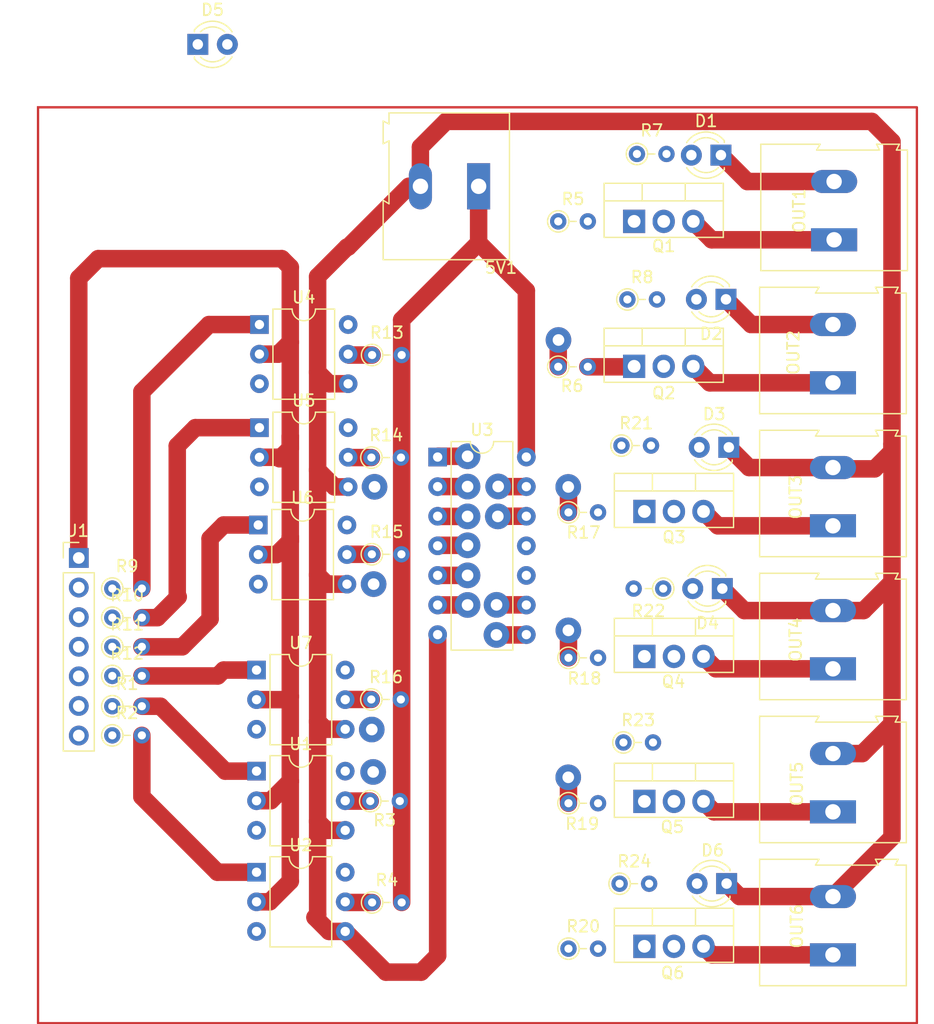
<source format=kicad_pcb>
(kicad_pcb (version 20211014) (generator pcbnew)
  (layers (0 "F.Cu" signal) (31 "B.Cu" signal) (34 "B.Paste" user) (35 "F.Paste" user) (36 "B.SilkS" user "B.Silkscreen") (37 "F.SilkS" user "F.Silkscreen") (38 "B.Mask" user) (39 "F.Mask" user) (44 "Edge.Cuts" user))
  (net 0 "")
  (net 1 "5v")
  (net 2 "GND")
  (net 3 "Net-(D1-Pad2)")
  (net 4 "Net-(D2-Pad2)")
  (net 5 "Net-(D3-Pad2)")
  (net 6 "Net-(D4-Pad2)")
  (net 7 "Net-(D5-Pad2)")
  (net 8 "Net-(D6-Pad2)")
  (net 9 "SIG-")
  (net 10 "SIG1+")
  (net 11 "SIG2+")
  (net 12 "SIG3+")
  (net 13 "SIG4+")
  (net 14 "SIG5+")
  (net 15 "SIG6+")
  (net 16 "Net-(OUT1-Pad1)")
  (net 17 "Net-(OUT2-Pad1)")
  (net 18 "Net-(OUT3-Pad1)")
  (net 19 "Net-(OUT4-Pad1)")
  (net 20 "Net-(OUT5-Pad1)")
  (net 21 "Net-(OUT6-Pad1)")
  (net 22 "Net-(Q1-Pad1)")
  (net 23 "Net-(Q2-Pad1)")
  (net 24 "Net-(Q3-Pad1)")
  (net 25 "Net-(Q4-Pad1)")
  (net 26 "Net-(Q5-Pad1)")
  (net 27 "Net-(Q6-Pad1)")
  (net 28 "Net-(R1-Pad2)")
  (net 29 "Net-(R2-Pad2)")
  (net 30 "Net-(R3-Pad1)")
  (net 31 "Net-(R4-Pad1)")
  (net 32 "Net-(R5-Pad1)")
  (net 33 "Net-(R6-Pad1)")
  (net 34 "Net-(R9-Pad2)")
  (net 35 "Net-(R10-Pad2)")
  (net 36 "Net-(R11-Pad2)")
  (net 37 "Net-(R12-Pad2)")
  (net 38 "Net-(R13-Pad1)")
  (net 39 "Net-(R14-Pad1)")
  (net 40 "Net-(R15-Pad1)")
  (net 41 "Net-(R16-Pad1)")
  (net 42 "Net-(R17-Pad1)")
  (net 43 "Net-(R18-Pad1)")
  (net 44 "Net-(R19-Pad1)")
  (net 45 "Net-(R20-Pad1)")
  (footprint "Package_DIP:DIP-6_W7.62mm" (layer "F.Cu") (at 165.17 112.87)
    (fp_text reference "U1" (at 3.81 -2.33) (layer "F.SilkS"))
    (fp_text value "4N25")
    (pad "1" thru_hole rect (at 0 0) (size 1.6 1.6) (drill 0.8) (layers *.Cu *.Mask) (net 28 "Net-(R1-Pad2)"))
    (pad "2" thru_hole oval (at 0 2.54) (size 1.6 1.6) (drill 0.8) (layers *.Cu *.Mask) (net 9 "SIG-"))
    (pad "3" thru_hole oval (at 0 5.08) (size 1.6 1.6) (drill 0.8) (layers *.Cu *.Mask))
    (pad "4" thru_hole oval (at 7.62 5.08) (size 1.6 1.6) (drill 0.8) (layers *.Cu *.Mask) (net 2 "GND"))
    (pad "5" thru_hole oval (at 7.62 2.54) (size 1.6 1.6) (drill 0.8) (layers *.Cu *.Mask) (net 30 "Net-(R3-Pad1)"))
    (pad "6" thru_hole oval (at 7.62 0) (size 1.6 1.6) (drill 0.8) (layers *.Cu *.Mask))
  )
  (footprint "Resistor_THT:R_Axial_DIN0204_L3.6mm_D1.6mm_P2.54mm_Vertical" (layer "F.Cu") (at 152.78 97.2)
    (fp_text reference "R9" (at 1.27 -1.92) (layer "F.SilkS"))
    (fp_text value "220")
    (pad "1" thru_hole circle (at 0 0) (size 1.4 1.4) (drill 0.7) (layers *.Cu *.Mask) (net 10 "SIG1+"))
    (pad "2" thru_hole oval (at 2.54 0) (size 1.4 1.4) (drill 0.7) (layers *.Cu *.Mask) (net 34 "Net-(R9-Pad2)"))
  )
  (footprint "TerminalBlock:TerminalBlock_Altech_AK300-2_P5.00mm" (layer "F.Cu") (at 214.69 116.362 90)
    (fp_text reference "OUT5" (at 2.4 -3.1 90) (layer "F.SilkS"))
    (fp_text value "Screw_Terminal_01x02")
    (pad "1" thru_hole rect (at 0 0 90) (size 1.98 3.96) (drill 1.32) (layers *.Cu *.Mask) (net 20 "Net-(OUT5-Pad1)"))
    (pad "2" thru_hole oval (at 5 0 90) (size 1.98 3.96) (drill 1.32) (layers *.Cu *.Mask) (net 2 "GND"))
  )
  (footprint "LED_THT:LED_D3.0mm_Clear" (layer "F.Cu") (at 160.125 50.5)
    (fp_text reference "D5" (at 1.27 -2.96) (layer "F.SilkS"))
    (fp_text value "LED")
    (pad "1" thru_hole rect (at 0 0) (size 1.8 1.8) (drill 0.9) (layers *.Cu *.Mask) (net 2 "GND"))
    (pad "2" thru_hole circle (at 2.54 0) (size 1.8 1.8) (drill 0.9) (layers *.Cu *.Mask) (net 7 "Net-(D5-Pad2)"))
  )
  (footprint "Resistor_THT:R_Axial_DIN0204_L3.6mm_D1.6mm_P2.54mm_Vertical" (layer "F.Cu") (at 175.1 77.16)
    (fp_text reference "R13" (at 1.27 -1.92) (layer "F.SilkS"))
    (fp_text value "10k")
    (pad "1" thru_hole circle (at 0 0) (size 1.4 1.4) (drill 0.7) (layers *.Cu *.Mask) (net 38 "Net-(R13-Pad1)"))
    (pad "2" thru_hole oval (at 2.54 0) (size 1.4 1.4) (drill 0.7) (layers *.Cu *.Mask) (net 1 "5v"))
  )
  (footprint "Package_DIP:DIP-6_W7.62mm" (layer "F.Cu") (at 165.17 121.545)
    (fp_text reference "U2" (at 3.81 -2.33) (layer "F.SilkS"))
    (fp_text value "4N25")
    (pad "1" thru_hole rect (at 0 0) (size 1.6 1.6) (drill 0.8) (layers *.Cu *.Mask) (net 29 "Net-(R2-Pad2)"))
    (pad "2" thru_hole oval (at 0 2.54) (size 1.6 1.6) (drill 0.8) (layers *.Cu *.Mask) (net 9 "SIG-"))
    (pad "3" thru_hole oval (at 0 5.08) (size 1.6 1.6) (drill 0.8) (layers *.Cu *.Mask))
    (pad "4" thru_hole oval (at 7.62 5.08) (size 1.6 1.6) (drill 0.8) (layers *.Cu *.Mask) (net 2 "GND"))
    (pad "5" thru_hole oval (at 7.62 2.54) (size 1.6 1.6) (drill 0.8) (layers *.Cu *.Mask) (net 31 "Net-(R4-Pad1)"))
    (pad "6" thru_hole oval (at 7.62 0) (size 1.6 1.6) (drill 0.8) (layers *.Cu *.Mask))
  )
  (footprint "LED_THT:LED_D3.0mm_Clear" (layer "F.Cu") (at 205.5 72.38 180)
    (fp_text reference "D2" (at 1.27 -2.96) (layer "F.SilkS"))
    (fp_text value "LED")
    (pad "1" thru_hole rect (at 0 0 180) (size 1.8 1.8) (drill 0.9) (layers *.Cu *.Mask) (net 2 "GND"))
    (pad "2" thru_hole circle (at 2.54 0 180) (size 1.8 1.8) (drill 0.9) (layers *.Cu *.Mask) (net 4 "Net-(D2-Pad2)"))
  )
  (footprint "Resistor_THT:R_Axial_DIN0204_L3.6mm_D1.6mm_P2.54mm_Vertical" (layer "F.Cu") (at 197.85 59.905)
    (fp_text reference "R7" (at 1.27 -2.015) (layer "F.SilkS"))
    (fp_text value "220")
    (pad "1" thru_hole circle (at 0 0) (size 1.4 1.4) (drill 0.7) (layers *.Cu *.Mask) (net 3 "Net-(D1-Pad2)"))
    (pad "2" thru_hole oval (at 2.54 0) (size 1.4 1.4) (drill 0.7) (layers *.Cu *.Mask) (net 16 "Net-(OUT1-Pad1)"))
  )
  (footprint "Resistor_THT:R_Axial_DIN0204_L3.6mm_D1.6mm_P2.54mm_Vertical" (layer "F.Cu") (at 191.97 128.105)
    (fp_text reference "R20" (at 1.27 -1.92) (layer "F.SilkS"))
    (fp_text value "10")
    (pad "1" thru_hole circle (at 0 0) (size 1.4 1.4) (drill 0.7) (layers *.Cu *.Mask) (net 45 "Net-(R20-Pad1)"))
    (pad "2" thru_hole oval (at 2.54 0) (size 1.4 1.4) (drill 0.7) (layers *.Cu *.Mask) (net 27 "Net-(Q6-Pad1)"))
  )
  (footprint "Package_DIP:DIP-6_W7.62mm" (layer "F.Cu") (at 165.17 104.195)
    (fp_text reference "U7" (at 3.81 -2.33) (layer "F.SilkS"))
    (fp_text value "4N25")
    (pad "1" thru_hole rect (at 0 0) (size 1.6 1.6) (drill 0.8) (layers *.Cu *.Mask) (net 37 "Net-(R12-Pad2)"))
    (pad "2" thru_hole oval (at 0 2.54) (size 1.6 1.6) (drill 0.8) (layers *.Cu *.Mask) (net 9 "SIG-"))
    (pad "3" thru_hole oval (at 0 5.08) (size 1.6 1.6) (drill 0.8) (layers *.Cu *.Mask))
    (pad "4" thru_hole oval (at 7.62 5.08) (size 1.6 1.6) (drill 0.8) (layers *.Cu *.Mask) (net 2 "GND"))
    (pad "5" thru_hole oval (at 7.62 2.54) (size 1.6 1.6) (drill 0.8) (layers *.Cu *.Mask) (net 41 "Net-(R16-Pad1)"))
    (pad "6" thru_hole oval (at 7.62 0) (size 1.6 1.6) (drill 0.8) (layers *.Cu *.Mask))
  )
  (footprint "Resistor_THT:R_Axial_DIN0204_L3.6mm_D1.6mm_P2.54mm_Vertical" (layer "F.Cu") (at 200.11 97.205 180)
    (fp_text reference "R22" (at 1.27 -1.92) (layer "F.SilkS"))
    (fp_text value "220")
    (pad "1" thru_hole circle (at 0 0 180) (size 1.4 1.4) (drill 0.7) (layers *.Cu *.Mask) (net 6 "Net-(D4-Pad2)"))
    (pad "2" thru_hole oval (at 2.54 0 180) (size 1.4 1.4) (drill 0.7) (layers *.Cu *.Mask) (net 19 "Net-(OUT4-Pad1)"))
  )
  (footprint "Package_TO_SOT_THT:TO-220-3_Vertical" (layer "F.Cu") (at 198.49 90.585)
    (fp_text reference "Q3" (at 2.55 2.205) (layer "F.SilkS"))
    (fp_text value "TIP122")
    (pad "1" thru_hole rect (at 0 0) (size 1.905 2) (drill 1.1) (layers *.Cu *.Mask) (net 24 "Net-(Q3-Pad1)"))
    (pad "2" thru_hole oval (at 2.54 0) (size 1.905 2) (drill 1.1) (layers *.Cu *.Mask) (net 1 "5v"))
    (pad "3" thru_hole oval (at 5.08 0) (size 1.905 2) (drill 1.1) (layers *.Cu *.Mask) (net 18 "Net-(OUT3-Pad1)"))
  )
  (footprint "TerminalBlock:TerminalBlock_Altech_AK300-2_P5.00mm" (layer "F.Cu") (at 214.69 104.089 90)
    (fp_text reference "OUT4" (at 2.5 -3.2 90) (layer "F.SilkS"))
    (fp_text value "Screw_Terminal_01x02")
    (pad "1" thru_hole rect (at 0 0 90) (size 1.98 3.96) (drill 1.32) (layers *.Cu *.Mask) (net 19 "Net-(OUT4-Pad1)"))
    (pad "2" thru_hole oval (at 5 0 90) (size 1.98 3.96) (drill 1.32) (layers *.Cu *.Mask) (net 2 "GND"))
  )
  (footprint "Package_TO_SOT_THT:TO-220-3_Vertical" (layer "F.Cu") (at 197.61 65.69)
    (fp_text reference "Q1" (at 2.54 2.115) (layer "F.SilkS"))
    (fp_text value "TIP122")
    (pad "1" thru_hole rect (at 0 0) (size 1.905 2) (drill 1.1) (layers *.Cu *.Mask) (net 22 "Net-(Q1-Pad1)"))
    (pad "2" thru_hole oval (at 2.54 0) (size 1.905 2) (drill 1.1) (layers *.Cu *.Mask) (net 1 "5v"))
    (pad "3" thru_hole oval (at 5.08 0) (size 1.905 2) (drill 1.1) (layers *.Cu *.Mask) (net 16 "Net-(OUT1-Pad1)"))
  )
  (footprint "TerminalBlock:TerminalBlock_Altech_AK300-2_P5.00mm" (layer "F.Cu") (at 214.69 128.635 90)
    (fp_text reference "OUT6" (at 2.465 -3.1 90) (layer "F.SilkS"))
    (fp_text value "Screw_Terminal_01x02")
    (pad "1" thru_hole rect (at 0 0 90) (size 1.98 3.96) (drill 1.32) (layers *.Cu *.Mask) (net 21 "Net-(OUT6-Pad1)"))
    (pad "2" thru_hole oval (at 5 0 90) (size 1.98 3.96) (drill 1.32) (layers *.Cu *.Mask) (net 2 "GND"))
  )
  (footprint "Resistor_THT:R_Axial_DIN0204_L3.6mm_D1.6mm_P2.54mm_Vertical" (layer "F.Cu") (at 175.03 106.72)
    (fp_text reference "R16" (at 1.27 -1.92) (layer "F.SilkS"))
    (fp_text value "10k")
    (pad "1" thru_hole circle (at 0 0) (size 1.4 1.4) (drill 0.7) (layers *.Cu *.Mask) (net 41 "Net-(R16-Pad1)"))
    (pad "2" thru_hole oval (at 2.54 0) (size 1.4 1.4) (drill 0.7) (layers *.Cu *.Mask) (net 1 "5v"))
  )
  (footprint "Package_DIP:DIP-6_W7.62mm" (layer "F.Cu") (at 165.42 74.545)
    (fp_text reference "U4" (at 3.81 -2.33) (layer "F.SilkS"))
    (fp_text value "4N25")
    (pad "1" thru_hole rect (at 0 0) (size 1.6 1.6) (drill 0.8) (layers *.Cu *.Mask) (net 34 "Net-(R9-Pad2)"))
    (pad "2" thru_hole oval (at 0 2.54) (size 1.6 1.6) (drill 0.8) (layers *.Cu *.Mask) (net 9 "SIG-"))
    (pad "3" thru_hole oval (at 0 5.08) (size 1.6 1.6) (drill 0.8) (layers *.Cu *.Mask))
    (pad "4" thru_hole oval (at 7.62 5.08) (size 1.6 1.6) (drill 0.8) (layers *.Cu *.Mask) (net 2 "GND"))
    (pad "5" thru_hole oval (at 7.62 2.54) (size 1.6 1.6) (drill 0.8) (layers *.Cu *.Mask) (net 38 "Net-(R13-Pad1)"))
    (pad "6" thru_hole oval (at 7.62 0) (size 1.6 1.6) (drill 0.8) (layers *.Cu *.Mask))
  )
  (footprint "Package_TO_SOT_THT:TO-220-3_Vertical" (layer "F.Cu") (at 198.49 115.465)
    (fp_text reference "Q5" (at 2.4 2.195) (layer "F.SilkS"))
    (fp_text value "TIP122")
    (pad "1" thru_hole rect (at 0 0) (size 1.905 2) (drill 1.1) (layers *.Cu *.Mask) (net 26 "Net-(Q5-Pad1)"))
    (pad "2" thru_hole oval (at 2.54 0) (size 1.905 2) (drill 1.1) (layers *.Cu *.Mask) (net 1 "5v"))
    (pad "3" thru_hole oval (at 5.08 0) (size 1.905 2) (drill 1.1) (layers *.Cu *.Mask) (net 20 "Net-(OUT5-Pad1)"))
  )
  (footprint "Resistor_THT:R_Axial_DIN0204_L3.6mm_D1.6mm_P2.54mm_Vertical" (layer "F.Cu") (at 175.04 85.96)
    (fp_text reference "R14" (at 1.27 -1.92) (layer "F.SilkS"))
    (fp_text value "10k")
    (pad "1" thru_hole circle (at 0 0) (size 1.4 1.4) (drill 0.7) (layers *.Cu *.Mask) (net 39 "Net-(R14-Pad1)"))
    (pad "2" thru_hole oval (at 2.54 0) (size 1.4 1.4) (drill 0.7) (layers *.Cu *.Mask) (net 1 "5v"))
  )
  (footprint "Resistor_THT:R_Axial_DIN0204_L3.6mm_D1.6mm_P2.54mm_Vertical" (layer "F.Cu") (at 191.09 78.17)
    (fp_text reference "R6" (at 1.19 1.64) (layer "F.SilkS"))
    (fp_text value "10")
    (pad "1" thru_hole circle (at 0 0) (size 1.4 1.4) (drill 0.7) (layers *.Cu *.Mask) (net 33 "Net-(R6-Pad1)"))
    (pad "2" thru_hole oval (at 2.54 0) (size 1.4 1.4) (drill 0.7) (layers *.Cu *.Mask) (net 23 "Net-(Q2-Pad1)"))
  )
  (footprint "LED_THT:LED_D3.0mm_Clear" (layer "F.Cu") (at 205.745 85.08 180)
    (fp_text reference "D3" (at 1.255 2.85) (layer "F.SilkS"))
    (fp_text value "LED")
    (pad "1" thru_hole rect (at 0 0 180) (size 1.8 1.8) (drill 0.9) (layers *.Cu *.Mask) (net 2 "GND"))
    (pad "2" thru_hole circle (at 2.54 0 180) (size 1.8 1.8) (drill 0.9) (layers *.Cu *.Mask) (net 5 "Net-(D3-Pad2)"))
  )
  (footprint "Resistor_THT:R_Axial_DIN0204_L3.6mm_D1.6mm_P2.54mm_Vertical" (layer "F.Cu") (at 174.94 115.44)
    (fp_text reference "R3" (at 1.24 1.65) (layer "F.SilkS"))
    (fp_text value "10k")
    (pad "1" thru_hole circle (at 0 0) (size 1.4 1.4) (drill 0.7) (layers *.Cu *.Mask) (net 30 "Net-(R3-Pad1)"))
    (pad "2" thru_hole oval (at 2.54 0) (size 1.4 1.4) (drill 0.7) (layers *.Cu *.Mask) (net 1 "5v"))
  )
  (footprint "Resistor_THT:R_Axial_DIN0204_L3.6mm_D1.6mm_P2.54mm_Vertical" (layer "F.Cu") (at 191.97 90.665)
    (fp_text reference "R17" (at 1.29 1.725) (layer "F.SilkS"))
    (fp_text value "10")
    (pad "1" thru_hole circle (at 0 0) (size 1.4 1.4) (drill 0.7) (layers *.Cu *.Mask) (net 42 "Net-(R17-Pad1)"))
    (pad "2" thru_hole oval (at 2.54 0) (size 1.4 1.4) (drill 0.7) (layers *.Cu *.Mask) (net 24 "Net-(Q3-Pad1)"))
  )
  (footprint "Resistor_THT:R_Axial_DIN0204_L3.6mm_D1.6mm_P2.54mm_Vertical" (layer "F.Cu") (at 152.78 102.2)
    (fp_text reference "R11" (at 1.27 -1.92) (layer "F.SilkS"))
    (fp_text value "220")
    (pad "1" thru_hole circle (at 0 0) (size 1.4 1.4) (drill 0.7) (layers *.Cu *.Mask) (net 12 "SIG3+"))
    (pad "2" thru_hole oval (at 2.54 0) (size 1.4 1.4) (drill 0.7) (layers *.Cu *.Mask) (net 36 "Net-(R11-Pad2)"))
  )
  (footprint "Package_TO_SOT_THT:TO-220-3_Vertical" (layer "F.Cu") (at 198.49 127.905)
    (fp_text reference "Q6" (at 2.43 2.285) (layer "F.SilkS"))
    (fp_text value "TIP122")
    (pad "1" thru_hole rect (at 0 0) (size 1.905 2) (drill 1.1) (layers *.Cu *.Mask) (net 27 "Net-(Q6-Pad1)"))
    (pad "2" thru_hole oval (at 2.54 0) (size 1.905 2) (drill 1.1) (layers *.Cu *.Mask) (net 1 "5v"))
    (pad "3" thru_hole oval (at 5.08 0) (size 1.905 2) (drill 1.1) (layers *.Cu *.Mask) (net 21 "Net-(OUT6-Pad1)"))
  )
  (footprint "Package_TO_SOT_THT:TO-220-3_Vertical" (layer "F.Cu") (at 197.61 78.13)
    (fp_text reference "Q2" (at 2.55 2.295) (layer "F.SilkS"))
    (fp_text value "TIP122")
    (pad "1" thru_hole rect (at 0 0) (size 1.905 2) (drill 1.1) (layers *.Cu *.Mask) (net 23 "Net-(Q2-Pad1)"))
    (pad "2" thru_hole oval (at 2.54 0) (size 1.905 2) (drill 1.1) (layers *.Cu *.Mask) (net 1 "5v"))
    (pad "3" thru_hole oval (at 5.08 0) (size 1.905 2) (drill 1.1) (layers *.Cu *.Mask) (net 17 "Net-(OUT2-Pad1)"))
  )
  (footprint "TerminalBlock:TerminalBlock_Altech_AK300-2_P5.00mm" (layer "F.Cu") (at 214.69 79.543 90)
    (fp_text reference "OUT2" (at 2.6 -3.4 90) (layer "F.SilkS"))
    (fp_text value "Screw_Terminal_01x02")
    (pad "1" thru_hole rect (at 0 0 90) (size 1.98 3.96) (drill 1.32) (layers *.Cu *.Mask) (net 17 "Net-(OUT2-Pad1)"))
    (pad "2" thru_hole oval (at 5 0 90) (size 1.98 3.96) (drill 1.32) (layers *.Cu *.Mask) (net 2 "GND"))
  )
  (footprint "LED_THT:LED_D3.0mm_Clear" (layer "F.Cu") (at 205.555 122.52 180)
    (fp_text reference "D6" (at 1.205 2.85) (layer "F.SilkS"))
    (fp_text value "LED")
    (pad "1" thru_hole rect (at 0 0 180) (size 1.8 1.8) (drill 0.9) (layers *.Cu *.Mask) (net 2 "GND"))
    (pad "2" thru_hole circle (at 2.54 0 180) (size 1.8 1.8) (drill 0.9) (layers *.Cu *.Mask) (net 8 "Net-(D6-Pad2)"))
  )
  (footprint "Package_DIP:DIP-6_W7.62mm" (layer "F.Cu") (at 165.42 83.395)
    (fp_text reference "U5" (at 3.81 -2.33) (layer "F.SilkS"))
    (fp_text value "4N25")
    (pad "1" thru_hole rect (at 0 0) (size 1.6 1.6) (drill 0.8) (layers *.Cu *.Mask) (net 35 "Net-(R10-Pad2)"))
    (pad "2" thru_hole oval (at 0 2.54) (size 1.6 1.6) (drill 0.8) (layers *.Cu *.Mask) (net 9 "SIG-"))
    (pad "3" thru_hole oval (at 0 5.08) (size 1.6 1.6) (drill 0.8) (layers *.Cu *.Mask))
    (pad "4" thru_hole oval (at 7.62 5.08) (size 1.6 1.6) (drill 0.8) (layers *.Cu *.Mask) (net 2 "GND"))
    (pad "5" thru_hole oval (at 7.62 2.54) (size 1.6 1.6) (drill 0.8) (layers *.Cu *.Mask) (net 39 "Net-(R14-Pad1)"))
    (pad "6" thru_hole oval (at 7.62 0) (size 1.6 1.6) (drill 0.8) (layers *.Cu *.Mask))
  )
  (footprint "Resistor_THT:R_Axial_DIN0204_L3.6mm_D1.6mm_P2.54mm_Vertical" (layer "F.Cu") (at 152.78 104.7)
    (fp_text reference "R12" (at 1.27 -1.92) (layer "F.SilkS"))
    (fp_text value "220")
    (pad "1" thru_hole circle (at 0 0) (size 1.4 1.4) (drill 0.7) (layers *.Cu *.Mask) (net 13 "SIG4+"))
    (pad "2" thru_hole oval (at 2.54 0) (size 1.4 1.4) (drill 0.7) (layers *.Cu *.Mask) (net 37 "Net-(R12-Pad2)"))
  )
  (footprint "Resistor_THT:R_Axial_DIN0204_L3.6mm_D1.6mm_P2.54mm_Vertical" (layer "F.Cu") (at 196.52 84.93)
    (fp_text reference "R21" (at 1.27 -1.92) (layer "F.SilkS"))
    (fp_text value "220")
    (pad "1" thru_hole circle (at 0 0) (size 1.4 1.4) (drill 0.7) (layers *.Cu *.Mask) (net 5 "Net-(D3-Pad2)"))
    (pad "2" thru_hole oval (at 2.54 0) (size 1.4 1.4) (drill 0.7) (layers *.Cu *.Mask) (net 18 "Net-(OUT3-Pad1)"))
  )
  (footprint "TerminalBlock:TerminalBlock_Altech_AK300-2_P5.00mm" (layer "F.Cu") (at 214.69 91.816 90)
    (fp_text reference "OUT3" (at 2.465 -3.2 90) (layer "F.SilkS"))
    (fp_text value "Screw_Terminal_01x02")
    (pad "1" thru_hole rect (at 0 0 90) (size 1.98 3.96) (drill 1.32) (layers *.Cu *.Mask) (net 18 "Net-(OUT3-Pad1)"))
    (pad "2" thru_hole oval (at 5 0 90) (size 1.98 3.96) (drill 1.32) (layers *.Cu *.Mask) (net 2 "GND"))
  )
  (footprint "Resistor_THT:R_Axial_DIN0204_L3.6mm_D1.6mm_P2.54mm_Vertical" (layer "F.Cu") (at 152.78 109.8)
    (fp_text reference "R2" (at 1.27 -1.92) (layer "F.SilkS"))
    (fp_text value "220")
    (pad "1" thru_hole circle (at 0 0) (size 1.4 1.4) (drill 0.7) (layers *.Cu *.Mask) (net 15 "SIG6+"))
    (pad "2" thru_hole oval (at 2.54 0) (size 1.4 1.4) (drill 0.7) (layers *.Cu *.Mask) (net 29 "Net-(R2-Pad2)"))
  )
  (footprint "Resistor_THT:R_Axial_DIN0204_L3.6mm_D1.6mm_P2.54mm_Vertical" (layer "F.Cu") (at 197.03 72.39)
    (fp_text reference "R8" (at 1.27 -1.92) (layer "F.SilkS"))
    (fp_text value "220")
    (pad "1" thru_hole circle (at 0 0) (size 1.4 1.4) (drill 0.7) (layers *.Cu *.Mask) (net 4 "Net-(D2-Pad2)"))
    (pad "2" thru_hole oval (at 2.54 0) (size 1.4 1.4) (drill 0.7) (layers *.Cu *.Mask) (net 17 "Net-(OUT2-Pad1)"))
  )
  (footprint "Resistor_THT:R_Axial_DIN0204_L3.6mm_D1.6mm_P2.54mm_Vertical" (layer "F.Cu") (at 175.08 94.26)
    (fp_text reference "R15" (at 1.27 -1.92) (layer "F.SilkS"))
    (fp_text value "10k")
    (pad "1" thru_hole circle (at 0 0) (size 1.4 1.4) (drill 0.7) (layers *.Cu *.Mask) (net 40 "Net-(R15-Pad1)"))
    (pad "2" thru_hole oval (at 2.54 0) (size 1.4 1.4) (drill 0.7) (layers *.Cu *.Mask) (net 1 "5v"))
  )
  (footprint "TerminalBlock:TerminalBlock_Altech_AK300-2_P5.00mm" (layer "F.Cu") (at 214.79 67.27 90)
    (fp_text reference "OUT1" (at 2.5 -3 90) (layer "F.SilkS"))
    (fp_text value "Screw_Terminal_01x02")
    (pad "1" thru_hole rect (at 0 0 90) (size 1.98 3.96) (drill 1.32) (layers *.Cu *.Mask) (net 16 "Net-(OUT1-Pad1)"))
    (pad "2" thru_hole oval (at 5 0 90) (size 1.98 3.96) (drill 1.32) (layers *.Cu *.Mask) (net 2 "GND"))
  )
  (footprint "Resistor_THT:R_Axial_DIN0204_L3.6mm_D1.6mm_P2.54mm_Vertical" (layer "F.Cu") (at 191.97 103.145)
    (fp_text reference "R18" (at 1.37 1.775) (layer "F.SilkS"))
    (fp_text value "10")
    (pad "1" thru_hole circle (at 0 0) (size 1.4 1.4) (drill 0.7) (layers *.Cu *.Mask) (net 43 "Net-(R18-Pad1)"))
    (pad "2" thru_hole oval (at 2.54 0) (size 1.4 1.4) (drill 0.7) (layers *.Cu *.Mask) (net 25 "Net-(Q4-Pad1)"))
  )
  (footprint "Resistor_THT:R_Axial_DIN0204_L3.6mm_D1.6mm_P2.54mm_Vertical" (layer "F.Cu") (at 191.97 115.625)
    (fp_text reference "R19" (at 1.18 1.765) (layer "F.SilkS"))
    (fp_text value "10")
    (pad "1" thru_hole circle (at 0 0) (size 1.4 1.4) (drill 0.7) (layers *.Cu *.Mask) (net 44 "Net-(R19-Pad1)"))
    (pad "2" thru_hole oval (at 2.54 0) (size 1.4 1.4) (drill 0.7) (layers *.Cu *.Mask) (net 26 "Net-(Q5-Pad1)"))
  )
  (footprint "Resistor_THT:R_Axial_DIN0204_L3.6mm_D1.6mm_P2.54mm_Vertical" (layer "F.Cu") (at 152.78 107.3)
    (fp_text reference "R1" (at 1.27 -1.92) (layer "F.SilkS"))
    (fp_text value "220")
    (pad "1" thru_hole circle (at 0 0) (size 1.4 1.4) (drill 0.7) (layers *.Cu *.Mask) (net 14 "SIG5+"))
    (pad "2" thru_hole oval (at 2.54 0) (size 1.4 1.4) (drill 0.7) (layers *.Cu *.Mask) (net 28 "Net-(R1-Pad2)"))
  )
  (footprint "Package_TO_SOT_THT:TO-220-3_Vertical" (layer "F.Cu") (at 198.49 103.025)
    (fp_text reference "Q4" (at 2.5 2.175) (layer "F.SilkS"))
    (fp_text value "TIP122")
    (pad "1" thru_hole rect (at 0 0) (size 1.905 2) (drill 1.1) (layers *.Cu *.Mask) (net 25 "Net-(Q4-Pad1)"))
    (pad "2" thru_hole oval (at 2.54 0) (size 1.905 2) (drill 1.1) (layers *.Cu *.Mask) (net 1 "5v"))
    (pad "3" thru_hole oval (at 5.08 0) (size 1.905 2) (drill 1.1) (layers *.Cu *.Mask) (net 19 "Net-(OUT4-Pad1)"))
  )
  (footprint "Resistor_THT:R_Axial_DIN0204_L3.6mm_D1.6mm_P2.54mm_Vertical" (layer "F.Cu") (at 196.36 122.53)
    (fp_text reference "R24" (at 1.27 -1.92) (layer "F.SilkS"))
    (fp_text value "220")
    (pad "1" thru_hole circle (at 0 0) (size 1.4 1.4) (drill 0.7) (layers *.Cu *.Mask) (net 8 "Net-(D6-Pad2)"))
    (pad "2" thru_hole oval (at 2.54 0) (size 1.4 1.4) (drill 0.7) (layers *.Cu *.Mask) (net 21 "Net-(OUT6-Pad1)"))
  )
  (footprint "Resistor_THT:R_Axial_DIN0204_L3.6mm_D1.6mm_P2.54mm_Vertical" (layer "F.Cu") (at 191.09 65.69)
    (fp_text reference "R5" (at 1.27 -1.92) (layer "F.SilkS"))
    (fp_text value "10")
    (pad "1" thru_hole circle (at 0 0) (size 1.4 1.4) (drill 0.7) (layers *.Cu *.Mask) (net 32 "Net-(R5-Pad1)"))
    (pad "2" thru_hole oval (at 2.54 0) (size 1.4 1.4) (drill 0.7) (layers *.Cu *.Mask) (net 22 "Net-(Q1-Pad1)"))
  )
  (footprint "Package_DIP:DIP-14_W7.62mm" (layer "F.Cu") (at 180.73 85.915)
    (fp_text reference "U3" (at 3.81 -2.33) (layer "F.SilkS"))
    (fp_text value "40106")
    (pad "1" thru_hole rect (at 0 0) (size 1.6 1.6) (drill 0.8) (layers *.Cu *.Mask) (net 38 "Net-(R13-Pad1)"))
    (pad "2" thru_hole oval (at 0 2.54) (size 1.6 1.6) (drill 0.8) (layers *.Cu *.Mask) (net 42 "Net-(R17-Pad1)"))
    (pad "3" thru_hole oval (at 0 5.08) (size 1.6 1.6) (drill 0.8) (layers *.Cu *.Mask) (net 39 "Net-(R14-Pad1)"))
    (pad "4" thru_hole oval (at 0 7.62) (size 1.6 1.6) (drill 0.8) (layers *.Cu *.Mask) (net 43 "Net-(R18-Pad1)"))
    (pad "5" thru_hole oval (at 0 10.16) (size 1.6 1.6) (drill 0.8) (layers *.Cu *.Mask) (net 40 "Net-(R15-Pad1)"))
    (pad "6" thru_hole oval (at 0 12.7) (size 1.6 1.6) (drill 0.8) (layers *.Cu *.Mask) (net 44 "Net-(R19-Pad1)"))
    (pad "7" thru_hole oval (at 0 15.24) (size 1.6 1.6) (drill 0.8) (layers *.Cu *.Mask) (net 2 "GND"))
    (pad "8" thru_hole oval (at 7.62 15.24) (size 1.6 1.6) (drill 0.8) (layers *.Cu *.Mask) (net 45 "Net-(R20-Pad1)"))
    (pad "9" thru_hole oval (at 7.62 12.7) (size 1.6 1.6) (drill 0.8) (layers *.Cu *.Mask) (net 41 "Net-(R16-Pad1)"))
    (pad "10" thru_hole oval (at 7.62 10.16) (size 1.6 1.6) (drill 0.8) (layers *.Cu *.Mask) (net 32 "Net-(R5-Pad1)"))
    (pad "11" thru_hole oval (at 7.62 7.62) (size 1.6 1.6) (drill 0.8) (layers *.Cu *.Mask) (net 30 "Net-(R3-Pad1)"))
    (pad "12" thru_hole oval (at 7.62 5.08) (size 1.6 1.6) (drill 0.8) (layers *.Cu *.Mask) (net 33 "Net-(R6-Pad1)"))
    (pad "13" thru_hole oval (at 7.62 2.54) (size 1.6 1.6) (drill 0.8) (layers *.Cu *.Mask) (net 31 "Net-(R4-Pad1)"))
    (pad "14" thru_hole oval (at 7.62 0) (size 1.6 1.6) (drill 0.8) (layers *.Cu *.Mask) (net 1 "5v"))
  )
  (footprint "LED_THT:LED_D3.0mm_Clear" (layer "F.Cu") (at 205.185 97.205 180)
    (fp_text reference "D4" (at 1.27 -2.96) (layer "F.SilkS"))
    (fp_text value "LED")
    (pad "1" thru_hole rect (at 0 0 180) (size 1.8 1.8) (drill 0.9) (layers *.Cu *.Mask) (net 2 "GND"))
    (pad "2" thru_hole circle (at 2.54 0 180) (size 1.8 1.8) (drill 0.9) (layers *.Cu *.Mask) (net 6 "Net-(D4-Pad2)"))
  )
  (footprint "LED_THT:LED_D3.0mm_Clear" (layer "F.Cu") (at 205.065 60.005 180)
    (fp_text reference "D1" (at 1.275 2.925) (layer "F.SilkS"))
    (fp_text value "LED")
    (pad "1" thru_hole rect (at 0 0 180) (size 1.8 1.8) (drill 0.9) (layers *.Cu *.Mask) (net 2 "GND"))
    (pad "2" thru_hole circle (at 2.54 0 180) (size 1.8 1.8) (drill 0.9) (layers *.Cu *.Mask) (net 3 "Net-(D1-Pad2)"))
  )
  (footprint "Resistor_THT:R_Axial_DIN0204_L3.6mm_D1.6mm_P2.54mm_Vertical" (layer "F.Cu") (at 175.1 124.14)
    (fp_text reference "R4" (at 1.27 -1.92) (layer "F.SilkS"))
    (fp_text value "10k")
    (pad "1" thru_hole circle (at 0 0) (size 1.4 1.4) (drill 0.7) (layers *.Cu *.Mask) (net 31 "Net-(R4-Pad1)"))
    (pad "2" thru_hole oval (at 2.54 0) (size 1.4 1.4) (drill 0.7) (layers *.Cu *.Mask) (net 1 "5v"))
  )
  (footprint "Connector_PinHeader_2.54mm:PinHeader_1x07_P2.54mm_Vertical" (layer "F.Cu") (at 149.9 94.575)
    (fp_text reference "J1" (at 0 -2.33) (layer "F.SilkS"))
    (fp_text value "Conn_01x07_Male")
    (pad "1" thru_hole rect (at 0 0) (size 1.7 1.7) (drill 1) (layers *.Cu *.Mask) (net 9 "SIG-"))
    (pad "2" thru_hole oval (at 0 2.54) (size 1.7 1.7) (drill 1) (layers *.Cu *.Mask) (net 10 "SIG1+"))
    (pad "3" thru_hole oval (at 0 5.08) (size 1.7 1.7) (drill 1) (layers *.Cu *.Mask) (net 11 "SIG2+"))
    (pad "4" thru_hole oval (at 0 7.62) (size 1.7 1.7) (drill 1) (layers *.Cu *.Mask) (net 12 "SIG3+"))
    (pad "5" thru_hole oval (at 0 10.16) (size 1.7 1.7) (drill 1) (layers *.Cu *.Mask) (net 13 "SIG4+"))
    (pad "6" thru_hole oval (at 0 12.7) (size 1.7 1.7) (drill 1) (layers *.Cu *.Mask) (net 14 "SIG5+"))
    (pad "7" thru_hole oval (at 0 15.24) (size 1.7 1.7) (drill 1) (layers *.Cu *.Mask) (net 15 "SIG6+"))
  )
  (footprint "TerminalBlock:TerminalBlock_Altech_AK300-2_P5.00mm" (layer "F.Cu") (at 184.25 62.68 180)
    (fp_text reference "5V1" (at -1.92 -6.99) (layer "F.SilkS"))
    (fp_text value "Screw_Terminal_01x02")
    (pad "1" thru_hole rect (at 0 0 180) (size 1.98 3.96) (drill 1.32) (layers *.Cu *.Mask) (net 1 "5v"))
    (pad "2" thru_hole oval (at 5 0 180) (size 1.98 3.96) (drill 1.32) (layers *.Cu *.Mask) (net 2 "GND"))
  )
  (footprint "Package_DIP:DIP-6_W7.62mm" (layer "F.Cu") (at 165.32 91.745)
    (fp_text reference "U6" (at 3.81 -2.33) (layer "F.SilkS"))
    (fp_text value "4N25")
    (pad "1" thru_hole rect (at 0 0) (size 1.6 1.6) (drill 0.8) (layers *.Cu *.Mask) (net 36 "Net-(R11-Pad2)"))
    (pad "2" thru_hole oval (at 0 2.54) (size 1.6 1.6) (drill 0.8) (layers *.Cu *.Mask) (net 9 "SIG-"))
    (pad "3" thru_hole oval (at 0 5.08) (size 1.6 1.6) (drill 0.8) (layers *.Cu *.Mask))
    (pad "4" thru_hole oval (at 7.62 5.08) (size 1.6 1.6) (drill 0.8) (layers *.Cu *.Mask) (net 2 "GND"))
    (pad "5" thru_hole oval (at 7.62 2.54) (size 1.6 1.6) (drill 0.8) (layers *.Cu *.Mask) (net 40 "Net-(R15-Pad1)"))
    (pad "6" thru_hole oval (at 7.62 0) (size 1.6 1.6) (drill 0.8) (layers *.Cu *.Mask))
  )
  (footprint "Resistor_THT:R_Axial_DIN0204_L3.6mm_D1.6mm_P2.54mm_Vertical" (layer "F.Cu") (at 152.78 99.7)
    (fp_text reference "R10" (at 1.27 -1.92) (layer "F.SilkS"))
    (fp_text value "220")
    (pad "1" thru_hole circle (at 0 0) (size 1.4 1.4) (drill 0.7) (layers *.Cu *.Mask) (net 11 "SIG2+"))
    (pad "2" thru_hole oval (at 2.54 0) (size 1.4 1.4) (drill 0.7) (layers *.Cu *.Mask) (net 35 "Net-(R10-Pad2)"))
  )
  (footprint "Resistor_THT:R_Axial_DIN0204_L3.6mm_D1.6mm_P2.54mm_Vertical" (layer "F.Cu") (at 196.69 110.41)
    (fp_text reference "R23" (at 1.27 -1.92) (layer "F.SilkS"))
    (fp_text value "220")
    (pad "1" thru_hole circle (at 0 0) (size 1.4 1.4) (drill 0.7) (layers *.Cu *.Mask) (net 7 "Net-(D5-Pad2)"))
    (pad "2" thru_hole oval (at 2.54 0) (size 1.4 1.4) (drill 0.7) (layers *.Cu *.Mask) (net 20 "Net-(OUT5-Pad1)"))
  )
  (gr_rect (start 221.9 55.9) (end 146.4 134.5) (layer "F.Cu") (width 0.2) (fill none))
  (segment (start 184.25 62.68) (end 184.25 67.53) (width 1.5) (layer "F.Cu") (net 1))
  (segment (start 188.35 85.915) (end 188.35 71.63) (width 1.5) (layer "F.Cu") (net 1))
  (segment (start 184.25 67.53) (end 177.64 74.14) (width 1.5) (layer "F.Cu") (net 1))
  (segment (start 188.35 71.63) (end 184.25 67.53) (width 1.5) (layer "F.Cu") (net 1))
  (segment (start 177.64 74.14) (end 177.64 124.14) (width 1.5) (layer "F.Cu") (net 1))
  (segment (start 180.73 128.7) (end 180.73 101.155) (width 1.5) (layer "F.Cu") (net 2))
  (segment (start 214.69 99.089) (end 207.069 99.089) (width 1.5) (layer "F.Cu") (net 2))
  (segment (start 170.19 125.42) (end 171.395 126.625) (width 1.5) (layer "F.Cu") (net 2))
  (segment (start 219.76 85.44) (end 218.27 86.93) (width 1.5) (layer "F.Cu") (net 2))
  (segment (start 172.79 109.275) (end 171.085 109.275) (width 1.5) (layer "F.Cu") (net 2))
  (segment (start 170.42 96.03) (end 170.42 108.61) (width 1.5) (layer "F.Cu") (net 2))
  (segment (start 171.545 96.825) (end 171.54 96.83) (width 1.5) (layer "F.Cu") (net 2))
  (segment (start 171.54 96.83) (end 171.22 96.83) (width 1.5) (layer "F.Cu") (net 2))
  (segment (start 179.25 62.68) (end 178.26 62.68) (width 1.5) (layer "F.Cu") (net 2))
  (segment (start 207.33 62.27) (end 205.065 60.005) (width 1.5) (layer "F.Cu") (net 2))
  (segment (start 219.76 58.85) (end 219.76 84.78) (width 1.5) (layer "F.Cu") (net 2))
  (segment (start 219.76 108.81) (end 217.208 111.362) (width 1.5) (layer "F.Cu") (net 2))
  (segment (start 219.76 118.565) (end 214.69 123.635) (width 1.5) (layer "F.Cu") (net 2))
  (segment (start 171.19 117.95) (end 170.42 117.18) (width 1.5) (layer "F.Cu") (net 2))
  (segment (start 214.79 62.27) (end 207.33 62.27) (width 1.5) (layer "F.Cu") (net 2))
  (segment (start 170.42 125.19) (end 170.19 125.42) (width 1.5) (layer "F.Cu") (net 2))
  (segment (start 214.804 86.93) (end 214.69 86.816) (width 1.5) (layer "F.Cu") (net 2))
  (segment (start 171.22 96.83) (end 170.42 96.03) (width 1.5) (layer "F.Cu") (net 2))
  (segment (start 219.76 96.65) (end 217.321 99.089) (width 1.5) (layer "F.Cu") (net 2))
  (segment (start 170.42 78.63) (end 170.42 87.03) (width 1.5) (layer "F.Cu") (net 2))
  (segment (start 170.42 70.42) (end 170.42 78.63) (width 1.5) (layer "F.Cu") (net 2))
  (segment (start 218.02 57.11) (end 219.76 58.85) (width 1.5) (layer "F.Cu") (net 2))
  (segment (start 206.67 123.635) (end 205.555 122.52) (width 1.5) (layer "F.Cu") (net 2))
  (segment (start 172.79 126.625) (end 176.285 130.12) (width 1.5) (layer "F.Cu") (net 2))
  (segment (start 214.69 86.816) (end 207.481 86.816) (width 1.5) (layer "F.Cu") (net 2))
  (segment (start 181.45 57.11) (end 218.02 57.11) (width 1.5) (layer "F.Cu") (net 2))
  (segment (start 171.415 79.625) (end 170.42 78.63) (width 1.5) (layer "F.Cu") (net 2))
  (segment (start 214.69 123.635) (end 206.67 123.635) (width 1.5) (layer "F.Cu") (net 2))
  (segment (start 178.26 62.68) (end 173.04 67.9) (width 1.5) (layer "F.Cu") (net 2))
  (segment (start 172.94 96.825) (end 171.545 96.825) (width 1.5) (layer "F.Cu") (net 2))
  (segment (start 170.42 87.03) (end 170.42 96.03) (width 1.5) (layer "F.Cu") (net 2))
  (segment (start 171.865 88.475) (end 170.42 87.03) (width 1.5) (layer "F.Cu") (net 2))
  (segment (start 171.085 109.275) (end 170.42 108.61) (width 1.5) (layer "F.Cu") (net 2))
  (segment (start 219.76 108.81) (end 219.76 118.565) (width 1.5) (layer "F.Cu") (net 2))
  (segment (start 217.321 99.089) (end 214.69 99.089) (width 1.5) (layer "F.Cu") (net 2))
  (segment (start 170.42 108.61) (end 170.42 117.18) (width 1.5) (layer "F.Cu") (net 2))
  (segment (start 214.69 74.543) (end 207.663 74.543) (width 1.5) (layer "F.Cu") (net 2))
  (segment (start 173.04 67.9) (end 172.94 67.9) (width 1.5) (layer "F.Cu") (net 2))
  (segment (start 179.31 130.12) (end 180.73 128.7) (width 1.5) (layer "F.Cu") (net 2))
  (segment (start 219.76 84.78) (end 219.76 85.44) (width 1.5) (layer "F.Cu") (net 2))
  (segment (start 172.94 67.9) (end 170.42 70.42) (width 1.5) (layer "F.Cu") (net 2))
  (segment (start 207.481 86.816) (end 205.745 85.08) (width 1.5) (layer "F.Cu") (net 2))
  (segment (start 207.663 74.543) (end 205.5 72.38) (width 1.5) (layer "F.Cu") (net 2))
  (segment (start 176.285 130.12) (end 179.31 130.12) (width 1.5) (layer "F.Cu") (net 2))
  (segment (start 170.42 117.18) (end 170.42 125.19) (width 1.5) (layer "F.Cu") (net 2))
  (segment (start 171.395 126.625) (end 172.79 126.625) (width 1.5) (layer "F.Cu") (net 2))
  (segment (start 179.25 62.68) (end 179.25 59.31) (width 1.5) (layer "F.Cu") (net 2))
  (segment (start 219.76 96.65) (end 219.76 108.81) (width 1.5) (layer "F.Cu") (net 2))
  (segment (start 172.79 117.95) (end 171.19 117.95) (width 1.5) (layer "F.Cu") (net 2))
  (segment (start 218.27 86.93) (end 214.804 86.93) (width 1.5) (layer "F.Cu") (net 2))
  (segment (start 173.04 88.475) (end 171.865 88.475) (width 1.5) (layer "F.Cu") (net 2))
  (segment (start 207.069 99.089) (end 205.185 97.205) (width 1.5) (layer "F.Cu") (net 2))
  (segment (start 173.04 79.625) (end 171.415 79.625) (width 1.5) (layer "F.Cu") (net 2))
  (segment (start 179.25 59.31) (end 181.45 57.11) (width 1.5) (layer "F.Cu") (net 2))
  (segment (start 217.208 111.362) (end 214.69 111.362) (width 1.5) (layer "F.Cu") (net 2))
  (segment (start 219.76 84.78) (end 219.76 96.65) (width 1.5) (layer "F.Cu") (net 2))
  (segment (start 166.895 94.285) (end 165.32 94.285) (width 1.5) (layer "F.Cu") (net 9))
  (segment (start 168.07 84.15) (end 168.07 85.15) (width 1.5) (layer "F.Cu") (net 9))
  (segment (start 168.07 92.79) (end 168.07 93.11) (width 1.5) (layer "F.Cu") (net 9))
  (segment (start 168.07 85.15) (end 167.16 86.06) (width 1.5) (layer "F.Cu") (net 9))
  (segment (start 167.035 77.085) (end 165.42 77.085) (width 1.5) (layer "F.Cu") (net 9))
  (segment (start 168.07 92.79) (end 168.07 84.15) (width 1.5) (layer "F.Cu") (net 9))
  (segment (start 168.07 76.05) (end 167.035 77.085) (width 1.5) (layer "F.Cu") (net 9))
  (segment (start 168.07 122.31637) (end 166.30137 124.085) (width 1.5) (layer "F.Cu") (net 9))
  (segment (start 168.07 106.46) (end 168.07 113.73) (width 1.5) (layer "F.Cu") (net 9))
  (segment (start 168.07 76.05) (end 168.07 69.62) (width 1.5) (layer "F.Cu") (net 9))
  (segment (start 168.07 113.73) (end 166.39 115.41) (width 1.5) (layer "F.Cu") (net 9))
  (segment (start 168.07 93.11) (end 166.895 94.285) (width 1.5) (layer "F.Cu") (net 9))
  (segment (start 168.07 106.46) (end 167.795 106.735) (width 1.5) (layer "F.Cu") (net 9))
  (segment (start 167.34 68.89) (end 151.57 68.89) (width 1.5) (layer "F.Cu") (net 9))
  (segment (start 149.9 70.56) (end 149.9 94.575) (width 1.5) (layer "F.Cu") (net 9))
  (segment (start 166.39 115.41) (end 165.17 115.41) (width 1.5) (layer "F.Cu") (net 9))
  (segment (start 168.07 69.62) (end 167.34 68.89) (width 1.5) (layer "F.Cu") (net 9))
  (segment (start 168.07 92.79) (end 168.07 106.46) (width 1.5) (layer "F.Cu") (net 9))
  (segment (start 168.07 113.73) (end 168.07 122.31637) (width 1.5) (layer "F.Cu") (net 9))
  (segment (start 167.795 106.735) (end 165.17 106.735) (width 1.5) (layer "F.Cu") (net 9))
  (segment (start 166.30137 124.085) (end 165.17 124.085) (width 1.5) (layer "F.Cu") (net 9))
  (segment (start 168.07 84.15) (end 168.07 76.05) (width 1.5) (layer "F.Cu") (net 9))
  (segment (start 167.16 86.06) (end 167.035 85.935) (width 1.5) (layer "F.Cu") (net 9))
  (segment (start 151.57 68.89) (end 149.9 70.56) (width 1.5) (layer "F.Cu") (net 9))
  (segment (start 167.035 85.935) (end 165.42 85.935) (width 1.5) (layer "F.Cu") (net 9))
  (segment (start 214.79 67.27) (end 204.27 67.27) (width 1.5) (layer "F.Cu") (net 16))
  (segment (start 204.27 67.27) (end 202.69 65.69) (width 1.5) (layer "F.Cu") (net 16))
  (segment (start 204.103 79.543) (end 202.69 78.13) (width 1.5) (layer "F.Cu") (net 17))
  (segment (start 214.69 79.543) (end 204.103 79.543) (width 1.5) (layer "F.Cu") (net 17))
  (segment (start 204.801 91.816) (end 203.57 90.585) (width 1.5) (layer "F.Cu") (net 18))
  (segment (start 214.69 91.816) (end 204.801 91.816) (width 1.5) (layer "F.Cu") (net 18))
  (segment (start 204.634 104.089) (end 203.57 103.025) (width 1.5) (layer "F.Cu") (net 19))
  (segment (start 214.69 104.089) (end 204.634 104.089) (width 1.5) (layer "F.Cu") (net 19))
  (segment (start 204.467 116.362) (end 203.57 115.465) (width 1.5) (layer "F.Cu") (net 20))
  (segment (start 214.69 116.362) (end 204.467 116.362) (width 1.5) (layer "F.Cu") (net 20))
  (segment (start 204.3 128.635) (end 203.57 127.905) (width 1.5) (layer "F.Cu") (net 21))
  (segment (start 214.69 128.635) (end 204.3 128.635) (width 1.5) (layer "F.Cu") (net 21))
  (segment (start 193.63 78.17) (end 197.57 78.17) (width 1.5) (layer "F.Cu") (net 23))
  (segment (start 197.57 78.17) (end 197.61 78.13) (width 1.5) (layer "F.Cu") (net 23))
  (segment (start 156.91 107.3) (end 162.48 112.87) (width 1.5) (layer "F.Cu") (net 28))
  (segment (start 155.32 107.3) (end 156.91 107.3) (width 1.5) (layer "F.Cu") (net 28))
  (segment (start 162.48 112.87) (end 165.17 112.87) (width 1.5) (layer "F.Cu") (net 28))
  (segment (start 165.17 121.545) (end 161.805 121.545) (width 1.5) (layer "F.Cu") (net 29))
  (segment (start 155.32 115.06) (end 155.32 109.8) (width 1.5) (layer "F.Cu") (net 29))
  (segment (start 161.805 121.545) (end 155.32 115.06) (width 1.5) (layer "F.Cu") (net 29))
  (segment (start 174.94 115.44) (end 172.82 115.44) (width 1.5) (layer "F.Cu") (net 30))
  (segment (start 172.82 115.44) (end 172.79 115.41) (width 1.5) (layer "F.Cu") (net 30))
  (via (at 175.19 112.94) (size 2.2) (drill 1) (layers "F.Cu" "B.Cu") (net 30))
  (segment (start 172.845 124.14) (end 172.79 124.085) (width 1.5) (layer "F.Cu") (net 31))
  (segment (start 185.945 88.455) (end 185.93 88.44) (width 1.5) (layer "F.Cu") (net 31))
  (segment (start 188.35 88.455) (end 185.945 88.455) (width 1.5) (layer "F.Cu") (net 31))
  (segment (start 175.1 124.14) (end 172.845 124.14) (width 1.5) (layer "F.Cu") (net 31))
  (via (at 185.93 88.44) (size 2.2) (drill 1) (layers "F.Cu" "B.Cu") (net 31))
  (segment (start 191.09 75.89) (end 191.11 75.87) (width 1.5) (layer "F.Cu") (net 33))
  (segment (start 185.915 90.995) (end 185.9 91.01) (width 1.5) (layer "F.Cu") (net 33))
  (segment (start 191.09 78.17) (end 191.09 75.89) (width 1.5) (layer "F.Cu") (net 33))
  (segment (start 188.35 90.995) (end 185.915 90.995) (width 1.5) (layer "F.Cu") (net 33))
  (via (at 185.9 91.01) (size 2.2) (drill 1) (layers "F.Cu" "B.Cu") (net 33))
  (via (at 191.11 75.87) (size 2.2) (drill 1) (layers "F.Cu" "B.Cu") (net 33))
  (segment (start 155.32 97.2) (end 155.32 80.31) (width 1.5) (layer "F.Cu") (net 34))
  (segment (start 161.085 74.545) (end 165.42 74.545) (width 1.5) (layer "F.Cu") (net 34))
  (segment (start 155.32 80.31) (end 161.085 74.545) (width 1.5) (layer "F.Cu") (net 34))
  (segment (start 158.36 84.95) (end 158.36 97.83) (width 1.5) (layer "F.Cu") (net 35))
  (segment (start 165.42 83.395) (end 159.915 83.395) (width 1.5) (layer "F.Cu") (net 35))
  (segment (start 159.915 83.395) (end 158.36 84.95) (width 1.5) (layer "F.Cu") (net 35))
  (segment (start 158.36 97.83) (end 158.44 97.91) (width 1.5) (layer "F.Cu") (net 35))
  (segment (start 156.65 99.7) (end 155.32 99.7) (width 1.5) (layer "F.Cu") (net 35))
  (segment (start 158.44 97.91) (end 156.65 99.7) (width 1.5) (layer "F.Cu") (net 35))
  (segment (start 155.32 102.2) (end 158.79 102.2) (width 1.5) (layer "F.Cu") (net 36))
  (segment (start 161.18 92.91) (end 162.345 91.745) (width 1.5) (layer "F.Cu") (net 36))
  (segment (start 162.345 91.745) (end 165.32 91.745) (width 1.5) (layer "F.Cu") (net 36))
  (segment (start 161.18 99.81) (end 161.18 92.91) (width 1.5) (layer "F.Cu") (net 36))
  (segment (start 158.79 102.2) (end 161.18 99.81) (width 1.5) (layer "F.Cu") (net 36))
  (segment (start 155.32 104.7) (end 161.84 104.7) (width 1.5) (layer "F.Cu") (net 37))
  (segment (start 161.84 104.7) (end 162.345 104.195) (width 1.5) (layer "F.Cu") (net 37))
  (segment (start 162.345 104.195) (end 165.17 104.195) (width 1.5) (layer "F.Cu") (net 37))
  (segment (start 175.1 77.16) (end 173.115 77.16) (width 1.5) (layer "F.Cu") (net 38))
  (segment (start 183.3 85.85) (end 180.795 85.85) (width 1.5) (layer "F.Cu") (net 38))
  (segment (start 173.115 77.16) (end 173.04 77.085) (width 1.5) (layer "F.Cu") (net 38))
  (segment (start 180.795 85.85) (end 180.73 85.915) (width 1.5) (layer "F.Cu") (net 38))
  (via (at 183.3 85.85) (size 2.2) (drill 1) (layers "F.Cu" "B.Cu") (net 38))
  (segment (start 173.065 85.96) (end 173.04 85.935) (width 1.5) (layer "F.Cu") (net 39))
  (segment (start 175.04 85.96) (end 173.065 85.96) (width 1.5) (layer "F.Cu") (net 39))
  (segment (start 180.745 91.01) (end 180.73 90.995) (width 1.5) (layer "F.Cu") (net 39))
  (segment (start 183.35 91.01) (end 180.745 91.01) (width 1.5) (layer "F.Cu") (net 39))
  (via (at 183.3 91.01) (size 2.2) (drill 1) (layers "F.Cu" "B.Cu") (net 39))
  (via (at 175.31 88.47) (size 2.2) (drill 1) (layers "F.Cu" "B.Cu") (net 39))
  (segment (start 172.965 94.26) (end 172.94 94.285) (width 1.5) (layer "F.Cu") (net 40))
  (segment (start 183.17 96.07) (end 180.735 96.07) (width 1.5) (layer "F.Cu") (net 40))
  (segment (start 180.735 96.07) (end 180.73 96.075) (width 1.5) (layer "F.Cu") (net 40))
  (segment (start 175.08 94.26) (end 172.965 94.26) (width 1.5) (layer "F.Cu") (net 40))
  (via (at 183.3 96.07) (size 2.2) (drill 1) (layers "F.Cu" "B.Cu") (net 40))
  (via (at 175.23 96.82) (size 2.2) (drill 1) (layers "F.Cu" "B.Cu") (net 40))
  (segment (start 172.805 106.72) (end 172.79 106.735) (width 1.5) (layer "F.Cu") (net 41))
  (segment (start 175.03 106.72) (end 172.805 106.72) (width 1.5) (layer "F.Cu") (net 41))
  (segment (start 185.79 98.6) (end 188.335 98.6) (width 1.5) (layer "F.Cu") (net 41))
  (segment (start 188.335 98.6) (end 188.35 98.615) (width 1.5) (layer "F.Cu") (net 41))
  (via (at 175.07 109.3) (size 2.2) (drill 1) (layers "F.Cu" "B.Cu") (net 41))
  (via (at 185.79 98.6) (size 2.2) (drill 1) (layers "F.Cu" "B.Cu") (net 41))
  (segment (start 183.36 88.45) (end 180.735 88.45) (width 1.5) (layer "F.Cu") (net 42))
  (segment (start 180.735 88.45) (end 180.73 88.455) (width 1.5) (layer "F.Cu") (net 42))
  (segment (start 191.97 90.665) (end 191.97 88.5) (width 1.5) (layer "F.Cu") (net 42))
  (segment (start 191.97 88.5) (end 191.95 88.48) (width 1.5) (layer "F.Cu") (net 42))
  (via (at 183.3 88.45) (size 2.2) (drill 1) (layers "F.Cu" "B.Cu") (net 42))
  (via (at 191.95 88.48) (size 2.2) (drill 1) (layers "F.Cu" "B.Cu") (net 42))
  (segment (start 180.775 93.49) (end 180.73 93.535) (width 1.5) (layer "F.Cu") (net 43))
  (segment (start 191.97 103.145) (end 191.97 100.8) (width 1.5) (layer "F.Cu") (net 43))
  (segment (start 183.22 93.49) (end 180.775 93.49) (width 1.5) (layer "F.Cu") (net 43))
  (segment (start 191.97 100.8) (end 191.96 100.79) (width 1.5) (layer "F.Cu") (net 43))
  (via (at 191.96 100.79) (size 2.2) (drill 1) (layers "F.Cu" "B.Cu") (net 43))
  (via (at 183.3 93.49) (size 2.2) (drill 1) (layers "F.Cu" "B.Cu") (net 43))
  (segment (start 191.97 115.625) (end 191.97 113.42) (width 1.5) (layer "F.Cu") (net 44))
  (segment (start 183.1 98.61) (end 180.735 98.61) (width 1.5) (layer "F.Cu") (net 44))
  (segment (start 180.735 98.61) (end 180.73 98.615) (width 1.5) (layer "F.Cu") (net 44))
  (segment (start 191.97 113.42) (end 191.95 113.4) (width 1.5) (layer "F.Cu") (net 44))
  (via (at 191.95 113.4) (size 2.2) (drill 1) (layers "F.Cu" "B.Cu") (net 44))
  (via (at 183.3 98.61) (size 2.2) (drill 1) (layers "F.Cu" "B.Cu") (net 44))
  (segment (start 188.325 101.18) (end 188.35 101.155) (width 1.5) (layer "F.Cu") (net 45))
  (segment (start 185.78 101.18) (end 188.325 101.18) (width 1.5) (layer "F.Cu") (net 45))
  (via (at 185.78 101.18) (size 2.2) (drill 1) (layers "F.Cu" "B.Cu") (net 45))
)
</source>
